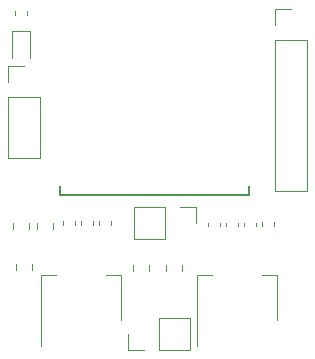
<source format=gbr>
G04 #@! TF.GenerationSoftware,KiCad,Pcbnew,5.0.0-fee4fd1~66~ubuntu16.04.1*
G04 #@! TF.CreationDate,2018-12-09T19:45:05+07:00*
G04 #@! TF.ProjectId,master_circuit,6D61737465725F636972637569742E6B,rev?*
G04 #@! TF.SameCoordinates,Original*
G04 #@! TF.FileFunction,Legend,Top*
G04 #@! TF.FilePolarity,Positive*
%FSLAX46Y46*%
G04 Gerber Fmt 4.6, Leading zero omitted, Abs format (unit mm)*
G04 Created by KiCad (PCBNEW 5.0.0-fee4fd1~66~ubuntu16.04.1) date Sun Dec  9 19:45:05 2018*
%MOMM*%
%LPD*%
G01*
G04 APERTURE LIST*
%ADD10C,0.152400*%
%ADD11C,0.120000*%
G04 APERTURE END LIST*
D10*
G04 #@! TO.C,U1*
X148844000Y-77089000D02*
X148844000Y-77851000D01*
X148844000Y-77851000D02*
X164846000Y-77851000D01*
X164846000Y-77851000D02*
X164846000Y-77089000D01*
D11*
G04 #@! TO.C,C1*
X146864000Y-80259422D02*
X146864000Y-80776578D01*
X148284000Y-80259422D02*
X148284000Y-80776578D01*
G04 #@! TO.C,C2*
X146252000Y-80259422D02*
X146252000Y-80776578D01*
X144832000Y-80259422D02*
X144832000Y-80776578D01*
G04 #@! TO.C,C3*
X153164000Y-80075721D02*
X153164000Y-80401279D01*
X152144000Y-80075721D02*
X152144000Y-80401279D01*
G04 #@! TO.C,C4*
X157786000Y-83815422D02*
X157786000Y-84332578D01*
X159206000Y-83815422D02*
X159206000Y-84332578D01*
G04 #@! TO.C,C6*
X156412000Y-84332578D02*
X156412000Y-83815422D01*
X154992000Y-84332578D02*
X154992000Y-83815422D01*
G04 #@! TO.C,C7*
X145086000Y-84254078D02*
X145086000Y-83736922D01*
X146506000Y-84254078D02*
X146506000Y-83736922D01*
G04 #@! TO.C,D1*
X146277000Y-66332000D02*
X146277000Y-64047000D01*
X146277000Y-64047000D02*
X144807000Y-64047000D01*
X144807000Y-64047000D02*
X144807000Y-66332000D01*
G04 #@! TO.C,J1*
X167072000Y-77530000D02*
X169732000Y-77530000D01*
X167072000Y-64770000D02*
X167072000Y-77530000D01*
X169732000Y-64770000D02*
X169732000Y-77530000D01*
X167072000Y-64770000D02*
X169732000Y-64770000D01*
X167072000Y-63500000D02*
X167072000Y-62170000D01*
X167072000Y-62170000D02*
X168402000Y-62170000D01*
G04 #@! TO.C,J2*
X144466000Y-74736000D02*
X147126000Y-74736000D01*
X144466000Y-69596000D02*
X144466000Y-74736000D01*
X147126000Y-69596000D02*
X147126000Y-74736000D01*
X144466000Y-69596000D02*
X147126000Y-69596000D01*
X144466000Y-68326000D02*
X144466000Y-66996000D01*
X144466000Y-66996000D02*
X145796000Y-66996000D01*
G04 #@! TO.C,J3*
X159826000Y-90992000D02*
X159826000Y-88332000D01*
X157226000Y-90992000D02*
X159826000Y-90992000D01*
X157226000Y-88332000D02*
X159826000Y-88332000D01*
X157226000Y-90992000D02*
X157226000Y-88332000D01*
X155956000Y-90992000D02*
X154626000Y-90992000D01*
X154626000Y-90992000D02*
X154626000Y-89662000D01*
G04 #@! TO.C,J4*
X155134000Y-78934000D02*
X155134000Y-81594000D01*
X157734000Y-78934000D02*
X155134000Y-78934000D01*
X157734000Y-81594000D02*
X155134000Y-81594000D01*
X157734000Y-78934000D02*
X157734000Y-81594000D01*
X159004000Y-78934000D02*
X160334000Y-78934000D01*
X160334000Y-78934000D02*
X160334000Y-80264000D01*
G04 #@! TO.C,R1*
X146052000Y-62346721D02*
X146052000Y-62672279D01*
X145032000Y-62346721D02*
X145032000Y-62672279D01*
G04 #@! TO.C,R2*
X164463000Y-80228221D02*
X164463000Y-80553779D01*
X165483000Y-80228221D02*
X165483000Y-80553779D01*
G04 #@! TO.C,R3*
X163959000Y-80228221D02*
X163959000Y-80553779D01*
X162939000Y-80228221D02*
X162939000Y-80553779D01*
G04 #@! TO.C,R4*
X150620000Y-80075721D02*
X150620000Y-80401279D01*
X151640000Y-80075721D02*
X151640000Y-80401279D01*
G04 #@! TO.C,R5*
X162435000Y-80228221D02*
X162435000Y-80553779D01*
X161415000Y-80228221D02*
X161415000Y-80553779D01*
G04 #@! TO.C,R6*
X165987000Y-80202721D02*
X165987000Y-80528279D01*
X167007000Y-80202721D02*
X167007000Y-80528279D01*
G04 #@! TO.C,R7*
X150116000Y-80101221D02*
X150116000Y-80426779D01*
X149096000Y-80101221D02*
X149096000Y-80426779D01*
G04 #@! TO.C,U2*
X167240000Y-84704000D02*
X165980000Y-84704000D01*
X160420000Y-84704000D02*
X161680000Y-84704000D01*
X167240000Y-88464000D02*
X167240000Y-84704000D01*
X160420000Y-90714000D02*
X160420000Y-84704000D01*
G04 #@! TO.C,U3*
X147212000Y-90714000D02*
X147212000Y-84704000D01*
X154032000Y-88464000D02*
X154032000Y-84704000D01*
X147212000Y-84704000D02*
X148472000Y-84704000D01*
X154032000Y-84704000D02*
X152772000Y-84704000D01*
G04 #@! TD*
M02*

</source>
